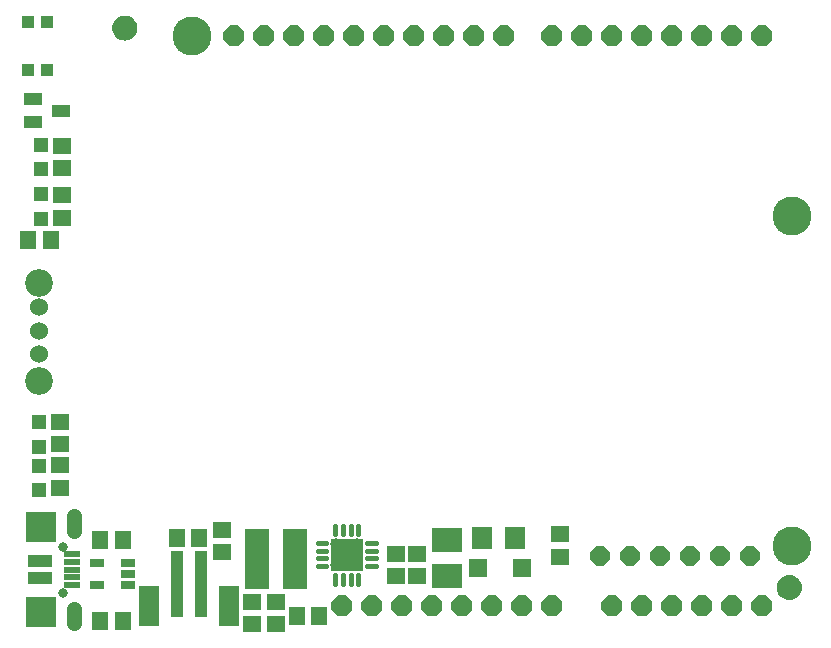
<source format=gbr>
G04 EAGLE Gerber RS-274X export*
G75*
%MOMM*%
%FSLAX34Y34*%
%LPD*%
%INSoldermask Top*%
%IPPOS*%
%AMOC8*
5,1,8,0,0,1.08239X$1,22.5*%
G01*
%ADD10C,3.301600*%
%ADD11R,1.101600X5.601600*%
%ADD12R,1.701600X3.501600*%
%ADD13C,1.524000*%
%ADD14C,2.351600*%
%ADD15P,1.759533X8X292.500000*%
%ADD16R,1.401600X1.601600*%
%ADD17P,1.924489X8X22.500000*%
%ADD18R,1.301600X0.651600*%
%ADD19R,1.301600X1.301600*%
%ADD20R,1.601600X1.401600*%
%ADD21C,0.801600*%
%ADD22R,2.601600X2.601600*%
%ADD23C,1.309600*%
%ADD24R,2.101600X1.101600*%
%ADD25R,1.450000X0.500000*%
%ADD26R,2.801600X2.801600*%
%ADD27C,0.451600*%
%ADD28C,1.009600*%
%ADD29R,2.101600X5.101600*%
%ADD30R,2.601600X2.051600*%
%ADD31R,1.501600X1.101600*%
%ADD32R,1.501600X1.501600*%
%ADD33R,1.101600X1.101600*%
%ADD34R,1.701600X1.904600*%

G36*
X97042Y503870D02*
X97042Y503870D01*
X97085Y503882D01*
X97151Y503889D01*
X98834Y504340D01*
X98875Y504359D01*
X98938Y504378D01*
X100518Y505115D01*
X100555Y505141D01*
X100614Y505170D01*
X102042Y506170D01*
X102073Y506202D01*
X102126Y506241D01*
X103359Y507474D01*
X103384Y507510D01*
X103430Y507558D01*
X104430Y508986D01*
X104448Y509027D01*
X104485Y509082D01*
X105222Y510662D01*
X105233Y510705D01*
X105260Y510766D01*
X105711Y512449D01*
X105713Y512481D01*
X105720Y512502D01*
X105720Y512517D01*
X105730Y512558D01*
X105882Y514295D01*
X105878Y514339D01*
X105882Y514405D01*
X105730Y516142D01*
X105718Y516185D01*
X105711Y516251D01*
X105260Y517934D01*
X105241Y517975D01*
X105222Y518038D01*
X104485Y519618D01*
X104459Y519655D01*
X104430Y519714D01*
X103430Y521142D01*
X103398Y521173D01*
X103359Y521226D01*
X102126Y522459D01*
X102090Y522484D01*
X102042Y522530D01*
X100614Y523530D01*
X100573Y523548D01*
X100518Y523585D01*
X98938Y524322D01*
X98895Y524333D01*
X98834Y524360D01*
X97151Y524811D01*
X97106Y524814D01*
X97042Y524830D01*
X95305Y524982D01*
X95261Y524978D01*
X95195Y524982D01*
X93458Y524830D01*
X93415Y524818D01*
X93349Y524811D01*
X91666Y524360D01*
X91625Y524341D01*
X91562Y524322D01*
X89982Y523585D01*
X89945Y523559D01*
X89886Y523530D01*
X88458Y522530D01*
X88427Y522498D01*
X88374Y522459D01*
X87141Y521226D01*
X87116Y521190D01*
X87070Y521142D01*
X86070Y519714D01*
X86052Y519673D01*
X86015Y519618D01*
X85278Y518038D01*
X85267Y517995D01*
X85240Y517934D01*
X84789Y516251D01*
X84786Y516206D01*
X84770Y516142D01*
X84618Y514405D01*
X84622Y514361D01*
X84618Y514295D01*
X84770Y512558D01*
X84782Y512515D01*
X84786Y512481D01*
X84786Y512465D01*
X84788Y512460D01*
X84789Y512449D01*
X85240Y510766D01*
X85259Y510725D01*
X85278Y510662D01*
X86015Y509082D01*
X86041Y509045D01*
X86070Y508986D01*
X87070Y507558D01*
X87102Y507527D01*
X87141Y507474D01*
X88374Y506241D01*
X88410Y506216D01*
X88458Y506170D01*
X89886Y505170D01*
X89927Y505152D01*
X89982Y505115D01*
X91562Y504378D01*
X91605Y504367D01*
X91666Y504340D01*
X93349Y503889D01*
X93394Y503886D01*
X93458Y503870D01*
X95195Y503718D01*
X95239Y503722D01*
X95305Y503718D01*
X97042Y503870D01*
G37*
G36*
X659652Y30160D02*
X659652Y30160D01*
X659695Y30172D01*
X659761Y30179D01*
X661444Y30630D01*
X661485Y30649D01*
X661548Y30668D01*
X663128Y31405D01*
X663165Y31431D01*
X663224Y31460D01*
X664652Y32460D01*
X664683Y32492D01*
X664736Y32531D01*
X665969Y33764D01*
X665994Y33800D01*
X666040Y33848D01*
X667040Y35276D01*
X667058Y35317D01*
X667095Y35372D01*
X667832Y36952D01*
X667843Y36995D01*
X667870Y37056D01*
X668321Y38739D01*
X668323Y38771D01*
X668330Y38792D01*
X668330Y38807D01*
X668340Y38848D01*
X668492Y40585D01*
X668488Y40629D01*
X668492Y40695D01*
X668340Y42432D01*
X668328Y42475D01*
X668321Y42541D01*
X667870Y44224D01*
X667851Y44265D01*
X667832Y44328D01*
X667095Y45908D01*
X667069Y45945D01*
X667040Y46004D01*
X666040Y47432D01*
X666008Y47463D01*
X665969Y47516D01*
X664736Y48749D01*
X664700Y48774D01*
X664652Y48820D01*
X663224Y49820D01*
X663183Y49838D01*
X663128Y49875D01*
X661548Y50612D01*
X661505Y50623D01*
X661444Y50650D01*
X659761Y51101D01*
X659716Y51104D01*
X659652Y51120D01*
X657915Y51272D01*
X657871Y51268D01*
X657805Y51272D01*
X656068Y51120D01*
X656025Y51108D01*
X655959Y51101D01*
X654276Y50650D01*
X654235Y50631D01*
X654172Y50612D01*
X652592Y49875D01*
X652555Y49849D01*
X652496Y49820D01*
X651068Y48820D01*
X651037Y48788D01*
X650984Y48749D01*
X649751Y47516D01*
X649726Y47480D01*
X649680Y47432D01*
X648680Y46004D01*
X648662Y45963D01*
X648625Y45908D01*
X647888Y44328D01*
X647877Y44285D01*
X647850Y44224D01*
X647399Y42541D01*
X647396Y42496D01*
X647380Y42432D01*
X647228Y40695D01*
X647232Y40651D01*
X647228Y40585D01*
X647380Y38848D01*
X647392Y38805D01*
X647396Y38771D01*
X647396Y38755D01*
X647398Y38750D01*
X647399Y38739D01*
X647850Y37056D01*
X647869Y37015D01*
X647888Y36952D01*
X648625Y35372D01*
X648651Y35335D01*
X648680Y35276D01*
X649680Y33848D01*
X649712Y33817D01*
X649751Y33764D01*
X650984Y32531D01*
X651020Y32506D01*
X651068Y32460D01*
X652496Y31460D01*
X652537Y31442D01*
X652592Y31405D01*
X654172Y30668D01*
X654215Y30657D01*
X654276Y30630D01*
X655959Y30179D01*
X656004Y30176D01*
X656068Y30160D01*
X657805Y30008D01*
X657849Y30012D01*
X657915Y30008D01*
X659652Y30160D01*
G37*
D10*
X152400Y508000D03*
X660400Y76200D03*
X660400Y355600D03*
D11*
X159860Y43400D03*
X139860Y43400D03*
D12*
X183860Y25400D03*
X115860Y25400D03*
D13*
X22860Y257810D03*
D14*
X22860Y215810D03*
X22860Y298810D03*
D13*
X22860Y277810D03*
X22860Y238810D03*
D15*
X624840Y67310D03*
X599440Y67310D03*
X574040Y67310D03*
X548640Y67310D03*
X523240Y67310D03*
X497840Y67310D03*
D16*
X13360Y335280D03*
X32360Y335280D03*
D17*
X533400Y508000D03*
X508000Y25400D03*
X558800Y508000D03*
X584200Y508000D03*
X609600Y508000D03*
X635000Y508000D03*
X508000Y508000D03*
X482600Y508000D03*
X457200Y508000D03*
X416560Y508000D03*
X391160Y508000D03*
X365760Y508000D03*
X340360Y508000D03*
X314960Y508000D03*
X289560Y508000D03*
X264160Y508000D03*
X238760Y508000D03*
X533400Y25400D03*
X558800Y25400D03*
X584200Y25400D03*
X609600Y25400D03*
X635000Y25400D03*
X457200Y25400D03*
X431800Y25400D03*
X406400Y25400D03*
X381000Y25400D03*
X355600Y25400D03*
X330200Y25400D03*
X213360Y508000D03*
X187960Y508000D03*
X304800Y25400D03*
X279400Y25400D03*
D18*
X98091Y42570D03*
X98091Y52070D03*
X98091Y61570D03*
X72089Y61570D03*
X72089Y42570D03*
D19*
X22860Y143850D03*
X22860Y122850D03*
X22860Y159680D03*
X22860Y180680D03*
D20*
X40640Y125120D03*
X40640Y144120D03*
X40640Y180950D03*
X40640Y161950D03*
D16*
X74320Y81280D03*
X93320Y81280D03*
X74320Y12700D03*
X93320Y12700D03*
D21*
X43180Y75380D03*
X43180Y36380D03*
D22*
X24180Y19880D03*
X24180Y91880D03*
D23*
X52180Y88880D02*
X52180Y100960D01*
X52180Y22880D02*
X52180Y10800D01*
D24*
X23180Y63380D03*
X23180Y48380D03*
D25*
X50930Y68880D03*
X50930Y62380D03*
X50930Y55880D03*
X50930Y49380D03*
X50930Y42880D03*
D26*
X283210Y68580D03*
D27*
X292960Y86080D02*
X292960Y93080D01*
X286460Y93080D02*
X286460Y86080D01*
X279960Y86080D02*
X279960Y93080D01*
X273460Y93080D02*
X273460Y86080D01*
X265710Y78330D02*
X258710Y78330D01*
X258710Y71830D02*
X265710Y71830D01*
X265710Y65330D02*
X258710Y65330D01*
X258710Y58830D02*
X265710Y58830D01*
X273460Y51080D02*
X273460Y44080D01*
X279960Y44080D02*
X279960Y51080D01*
X286460Y51080D02*
X286460Y44080D01*
X292960Y44080D02*
X292960Y51080D01*
X300710Y58830D02*
X307710Y58830D01*
X307710Y65330D02*
X300710Y65330D01*
X300710Y71830D02*
X307710Y71830D01*
X307710Y78330D02*
X300710Y78330D01*
D28*
X283210Y68580D03*
X292210Y77580D03*
X292210Y59580D03*
X274210Y59580D03*
X274210Y77580D03*
D29*
X207520Y64770D03*
X239520Y64770D03*
D16*
X158090Y82550D03*
X139090Y82550D03*
D20*
X342900Y69190D03*
X342900Y50190D03*
D19*
X24130Y352720D03*
X24130Y373720D03*
D20*
X41910Y353720D03*
X41910Y372720D03*
X177800Y70510D03*
X177800Y89510D03*
X325120Y50190D03*
X325120Y69190D03*
D16*
X240690Y16510D03*
X259690Y16510D03*
D20*
X223520Y9550D03*
X223520Y28550D03*
X203200Y9550D03*
X203200Y28550D03*
D30*
X368300Y81290D03*
X368300Y50790D03*
D19*
X24130Y415630D03*
X24130Y394630D03*
D20*
X41910Y395630D03*
X41910Y414630D03*
D31*
X41210Y444500D03*
X17210Y435000D03*
X17210Y454000D03*
D32*
X394250Y57150D03*
X431250Y57150D03*
D33*
X13590Y519110D03*
X29590Y519110D03*
X29590Y479110D03*
X13590Y479110D03*
D20*
X463550Y85700D03*
X463550Y66700D03*
D34*
X425700Y82550D03*
X397260Y82550D03*
M02*

</source>
